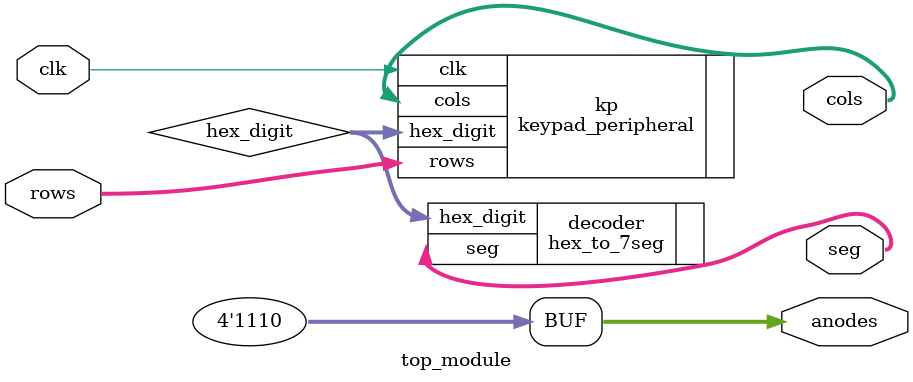
<source format=v>
module top_module(
    input wire clk,
    input wire [3:0] rows,
    output wire [3:0] cols,
    output wire [6:0] seg,
    output wire [3:0] anodes // Assuming 4 active-low displays
);

    wire [3:0] hex_digit;
    
    // Instantiate keypad peripheral
    keypad_peripheral kp(
        .cols(cols),
        .rows(rows),
        .clk(clk),
        .hex_digit(hex_digit)
    );

    // Instantiate seven-segment decoder
    hex_to_7seg decoder(
        .hex_digit(hex_digit),
        .seg(seg)
    );

    // Anode control (only display on the first display, modify if needed)
    assign anodes = 4'b1110; // Activate one display at a time (change for multiplexing)
endmodule
</source>
